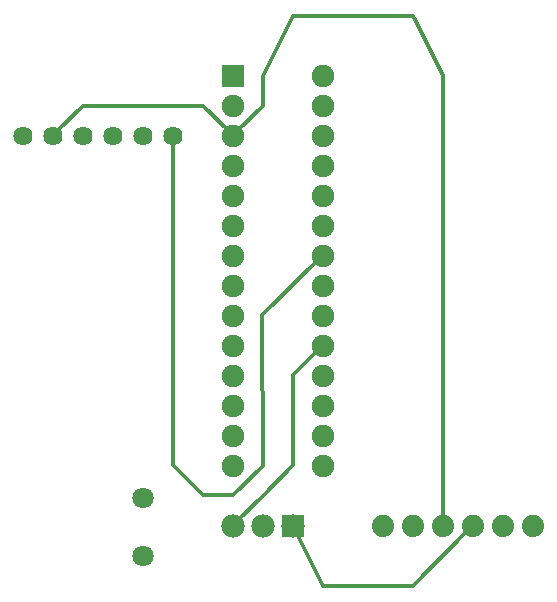
<source format=gbl>
G04 MADE WITH FRITZING*
G04 WWW.FRITZING.ORG*
G04 DOUBLE SIDED*
G04 HOLES PLATED*
G04 CONTOUR ON CENTER OF CONTOUR VECTOR*
%ASAXBY*%
%FSLAX23Y23*%
%MOIN*%
%OFA0B0*%
%SFA1.0B1.0*%
%ADD10C,0.064000*%
%ADD11C,0.070925*%
%ADD12C,0.070866*%
%ADD13C,0.078000*%
%ADD14C,0.074000*%
%ADD15C,0.075000*%
%ADD16R,0.078000X0.078000*%
%ADD17R,0.075000X0.075000*%
%ADD18C,0.012000*%
%LNCOPPER0*%
G90*
G70*
G54D10*
X129Y1552D03*
X229Y1552D03*
X329Y1552D03*
X429Y1552D03*
X529Y1552D03*
X629Y1552D03*
G54D11*
X529Y152D03*
G54D12*
X529Y345D03*
G54D13*
X1029Y252D03*
X929Y252D03*
X829Y252D03*
G54D14*
X1829Y252D03*
X1729Y252D03*
X1629Y252D03*
X1529Y252D03*
X1429Y252D03*
X1329Y252D03*
G54D15*
X829Y1752D03*
X1129Y1752D03*
X829Y1652D03*
X1129Y1652D03*
X829Y1552D03*
X1129Y1552D03*
X829Y1452D03*
X1129Y1452D03*
X829Y1352D03*
X1129Y1352D03*
X829Y1252D03*
X1129Y1252D03*
X829Y1152D03*
X1129Y1152D03*
X829Y1052D03*
X1129Y1052D03*
X829Y952D03*
X1129Y952D03*
X829Y852D03*
X1129Y852D03*
X829Y752D03*
X1129Y752D03*
X829Y652D03*
X1129Y652D03*
X829Y552D03*
X1129Y552D03*
X829Y452D03*
X1129Y452D03*
G54D16*
X1029Y252D03*
G54D17*
X829Y1752D03*
G54D18*
X330Y1652D02*
X247Y1570D01*
D02*
X730Y1652D02*
X330Y1652D01*
D02*
X813Y1569D02*
X730Y1652D01*
D02*
X931Y452D02*
X828Y354D01*
D02*
X828Y354D02*
X731Y354D01*
D02*
X927Y953D02*
X931Y452D01*
D02*
X731Y354D02*
X630Y454D01*
D02*
X1113Y1136D02*
X927Y953D01*
D02*
X630Y454D02*
X629Y1527D01*
D02*
X1030Y754D02*
X1113Y836D01*
D02*
X1030Y653D02*
X1030Y754D01*
D02*
X1030Y454D02*
X1030Y653D01*
D02*
X929Y352D02*
X1030Y454D01*
D02*
X846Y270D02*
X929Y352D01*
D02*
X1429Y51D02*
X1611Y234D01*
D02*
X1128Y51D02*
X1429Y51D01*
D02*
X1040Y230D02*
X1128Y51D01*
D02*
X931Y1752D02*
X1028Y1952D01*
D02*
X931Y1652D02*
X931Y1752D01*
D02*
X845Y1569D02*
X931Y1652D01*
D02*
X1028Y1952D02*
X1428Y1952D01*
D02*
X1428Y1952D02*
X1530Y1754D01*
D02*
X1530Y1754D02*
X1529Y278D01*
G04 End of Copper0*
M02*
</source>
